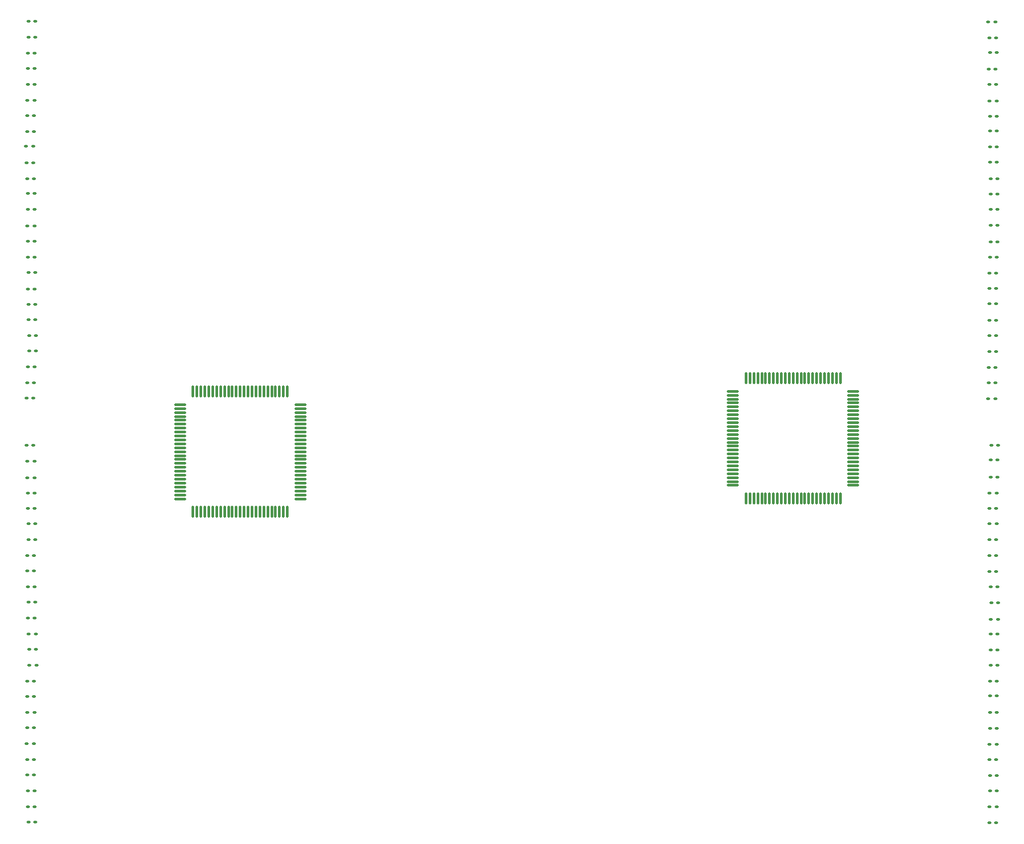
<source format=gtp>
%TF.GenerationSoftware,KiCad,Pcbnew,(6.0.5)*%
%TF.CreationDate,2022-05-25T23:49:35+01:00*%
%TF.ProjectId,screen-driver,73637265-656e-42d6-9472-697665722e6b,rev?*%
%TF.SameCoordinates,Original*%
%TF.FileFunction,Paste,Top*%
%TF.FilePolarity,Positive*%
%FSLAX46Y46*%
G04 Gerber Fmt 4.6, Leading zero omitted, Abs format (unit mm)*
G04 Created by KiCad (PCBNEW (6.0.5)) date 2022-05-25 23:49:35*
%MOMM*%
%LPD*%
G01*
G04 APERTURE LIST*
G04 Aperture macros list*
%AMRoundRect*
0 Rectangle with rounded corners*
0 $1 Rounding radius*
0 $2 $3 $4 $5 $6 $7 $8 $9 X,Y pos of 4 corners*
0 Add a 4 corners polygon primitive as box body*
4,1,4,$2,$3,$4,$5,$6,$7,$8,$9,$2,$3,0*
0 Add four circle primitives for the rounded corners*
1,1,$1+$1,$2,$3*
1,1,$1+$1,$4,$5*
1,1,$1+$1,$6,$7*
1,1,$1+$1,$8,$9*
0 Add four rect primitives between the rounded corners*
20,1,$1+$1,$2,$3,$4,$5,0*
20,1,$1+$1,$4,$5,$6,$7,0*
20,1,$1+$1,$6,$7,$8,$9,0*
20,1,$1+$1,$8,$9,$2,$3,0*%
G04 Aperture macros list end*
%ADD10RoundRect,0.090000X-0.139000X-0.090000X0.139000X-0.090000X0.139000X0.090000X-0.139000X0.090000X0*%
%ADD11RoundRect,0.090000X0.139000X0.090000X-0.139000X0.090000X-0.139000X-0.090000X0.139000X-0.090000X0*%
%ADD12RoundRect,0.075000X-0.075000X0.662500X-0.075000X-0.662500X0.075000X-0.662500X0.075000X0.662500X0*%
%ADD13RoundRect,0.075000X-0.662500X0.075000X-0.662500X-0.075000X0.662500X-0.075000X0.662500X0.075000X0*%
G04 APERTURE END LIST*
D10*
%TO.C,R36*%
X94240000Y-115200000D03*
X95105000Y-115200000D03*
%TD*%
D11*
%TO.C,R92*%
X217432500Y-107240000D03*
X216567500Y-107240000D03*
%TD*%
%TO.C,R64*%
X216535000Y-47240000D03*
X217400000Y-47240000D03*
%TD*%
%TO.C,R68*%
X216667500Y-55140000D03*
X217532500Y-55140000D03*
%TD*%
D10*
%TO.C,R42*%
X94107500Y-127200000D03*
X94972500Y-127200000D03*
%TD*%
D11*
%TO.C,R87*%
X217632500Y-97040000D03*
X216767500Y-97040000D03*
%TD*%
D10*
%TO.C,R13*%
X94147500Y-65100000D03*
X95012500Y-65100000D03*
%TD*%
%TO.C,R50*%
X95080000Y-143200000D03*
X94215000Y-143200000D03*
%TD*%
%TO.C,R41*%
X94080000Y-125200000D03*
X94945000Y-125200000D03*
%TD*%
D11*
%TO.C,R95*%
X217632500Y-113240000D03*
X216767500Y-113240000D03*
%TD*%
D10*
%TO.C,R43*%
X94980000Y-129200000D03*
X94115000Y-129200000D03*
%TD*%
%TO.C,R29*%
X95012500Y-101300000D03*
X94147500Y-101300000D03*
%TD*%
%TO.C,R4*%
X95005000Y-47200000D03*
X94140000Y-47200000D03*
%TD*%
D11*
%TO.C,R86*%
X216835000Y-95140000D03*
X217700000Y-95140000D03*
%TD*%
%TO.C,R74*%
X217632500Y-67140000D03*
X216767500Y-67140000D03*
%TD*%
D10*
%TO.C,R17*%
X94215000Y-73200000D03*
X95080000Y-73200000D03*
%TD*%
%TO.C,R47*%
X94912500Y-137200000D03*
X94047500Y-137200000D03*
%TD*%
%TO.C,R20*%
X95112500Y-79200000D03*
X94247500Y-79200000D03*
%TD*%
D11*
%TO.C,R89*%
X217500000Y-101240000D03*
X216635000Y-101240000D03*
%TD*%
%TO.C,R76*%
X216675000Y-71240000D03*
X217540000Y-71240000D03*
%TD*%
%TO.C,R75*%
X216735000Y-69240000D03*
X217600000Y-69240000D03*
%TD*%
%TO.C,R97*%
X216802500Y-117340000D03*
X217667500Y-117340000D03*
%TD*%
D10*
%TO.C,R6*%
X94115000Y-51200000D03*
X94980000Y-51200000D03*
%TD*%
%TO.C,R10*%
X93980000Y-59200000D03*
X94845000Y-59200000D03*
%TD*%
D11*
%TO.C,R106*%
X216635000Y-133240000D03*
X217500000Y-133240000D03*
%TD*%
D10*
%TO.C,R32*%
X95112500Y-107200000D03*
X94247500Y-107200000D03*
%TD*%
D11*
%TO.C,R67*%
X217525000Y-53240000D03*
X216660000Y-53240000D03*
%TD*%
%TO.C,R94*%
X217432500Y-111240000D03*
X216567500Y-111240000D03*
%TD*%
%TO.C,R103*%
X217532500Y-127140000D03*
X216667500Y-127140000D03*
%TD*%
%TO.C,R83*%
X217400000Y-85240000D03*
X216535000Y-85240000D03*
%TD*%
%TO.C,R73*%
X216735000Y-65140000D03*
X217600000Y-65140000D03*
%TD*%
D10*
%TO.C,R39*%
X95180000Y-121200000D03*
X94315000Y-121200000D03*
%TD*%
D11*
%TO.C,R85*%
X216467500Y-89240000D03*
X217332500Y-89240000D03*
%TD*%
%TO.C,R71*%
X216767500Y-61240000D03*
X217632500Y-61240000D03*
%TD*%
D10*
%TO.C,R14*%
X94980000Y-67200000D03*
X94115000Y-67200000D03*
%TD*%
%TO.C,R46*%
X94047500Y-135200000D03*
X94912500Y-135200000D03*
%TD*%
%TO.C,R26*%
X94880000Y-95200000D03*
X94015000Y-95200000D03*
%TD*%
D11*
%TO.C,R81*%
X217425000Y-81240000D03*
X216560000Y-81240000D03*
%TD*%
%TO.C,R66*%
X216635000Y-51340000D03*
X217500000Y-51340000D03*
%TD*%
D10*
%TO.C,R33*%
X94055000Y-109200000D03*
X94920000Y-109200000D03*
%TD*%
D11*
%TO.C,R79*%
X216567500Y-77140000D03*
X217432500Y-77140000D03*
%TD*%
D10*
%TO.C,R3*%
X95032500Y-45200000D03*
X94167500Y-45200000D03*
%TD*%
%TO.C,R40*%
X94380000Y-123200000D03*
X95245000Y-123200000D03*
%TD*%
%TO.C,R23*%
X95012500Y-85200000D03*
X94147500Y-85200000D03*
%TD*%
D11*
%TO.C,R90*%
X216567500Y-103240000D03*
X217432500Y-103240000D03*
%TD*%
D12*
%TO.C,U1*%
X127200000Y-88337500D03*
X126700000Y-88337500D03*
X126200000Y-88337500D03*
X125700000Y-88337500D03*
X125200000Y-88337500D03*
X124700000Y-88337500D03*
X124200000Y-88337500D03*
X123700000Y-88337500D03*
X123200000Y-88337500D03*
X122700000Y-88337500D03*
X122200000Y-88337500D03*
X121700000Y-88337500D03*
X121200000Y-88337500D03*
X120700000Y-88337500D03*
X120200000Y-88337500D03*
X119700000Y-88337500D03*
X119200000Y-88337500D03*
X118700000Y-88337500D03*
X118200000Y-88337500D03*
X117700000Y-88337500D03*
X117200000Y-88337500D03*
X116700000Y-88337500D03*
X116200000Y-88337500D03*
X115700000Y-88337500D03*
X115200000Y-88337500D03*
D13*
X113537500Y-90000000D03*
X113537500Y-90500000D03*
X113537500Y-91000000D03*
X113537500Y-91500000D03*
X113537500Y-92000000D03*
X113537500Y-92500000D03*
X113537500Y-93000000D03*
X113537500Y-93500000D03*
X113537500Y-94000000D03*
X113537500Y-94500000D03*
X113537500Y-95000000D03*
X113537500Y-95500000D03*
X113537500Y-96000000D03*
X113537500Y-96500000D03*
X113537500Y-97000000D03*
X113537500Y-97500000D03*
X113537500Y-98000000D03*
X113537500Y-98500000D03*
X113537500Y-99000000D03*
X113537500Y-99500000D03*
X113537500Y-100000000D03*
X113537500Y-100500000D03*
X113537500Y-101000000D03*
X113537500Y-101500000D03*
X113537500Y-102000000D03*
D12*
X115200000Y-103662500D03*
X115700000Y-103662500D03*
X116200000Y-103662500D03*
X116700000Y-103662500D03*
X117200000Y-103662500D03*
X117700000Y-103662500D03*
X118200000Y-103662500D03*
X118700000Y-103662500D03*
X119200000Y-103662500D03*
X119700000Y-103662500D03*
X120200000Y-103662500D03*
X120700000Y-103662500D03*
X121200000Y-103662500D03*
X121700000Y-103662500D03*
X122200000Y-103662500D03*
X122700000Y-103662500D03*
X123200000Y-103662500D03*
X123700000Y-103662500D03*
X124200000Y-103662500D03*
X124700000Y-103662500D03*
X125200000Y-103662500D03*
X125700000Y-103662500D03*
X126200000Y-103662500D03*
X126700000Y-103662500D03*
X127200000Y-103662500D03*
D13*
X128862500Y-102000000D03*
X128862500Y-101500000D03*
X128862500Y-101000000D03*
X128862500Y-100500000D03*
X128862500Y-100000000D03*
X128862500Y-99500000D03*
X128862500Y-99000000D03*
X128862500Y-98500000D03*
X128862500Y-98000000D03*
X128862500Y-97500000D03*
X128862500Y-97000000D03*
X128862500Y-96500000D03*
X128862500Y-96000000D03*
X128862500Y-95500000D03*
X128862500Y-95000000D03*
X128862500Y-94500000D03*
X128862500Y-94000000D03*
X128862500Y-93500000D03*
X128862500Y-93000000D03*
X128862500Y-92500000D03*
X128862500Y-92000000D03*
X128862500Y-91500000D03*
X128862500Y-91000000D03*
X128862500Y-90500000D03*
X128862500Y-90000000D03*
%TD*%
D10*
%TO.C,R27*%
X94980000Y-97200000D03*
X94115000Y-97200000D03*
%TD*%
D11*
%TO.C,R109*%
X216667500Y-139240000D03*
X217532500Y-139240000D03*
%TD*%
%TO.C,R72*%
X217600000Y-63140000D03*
X216735000Y-63140000D03*
%TD*%
D10*
%TO.C,R24*%
X94047500Y-87200000D03*
X94912500Y-87200000D03*
%TD*%
D11*
%TO.C,R91*%
X217500000Y-105140000D03*
X216635000Y-105140000D03*
%TD*%
%TO.C,R107*%
X217440000Y-135240000D03*
X216575000Y-135240000D03*
%TD*%
%TO.C,R80*%
X217432500Y-79240000D03*
X216567500Y-79240000D03*
%TD*%
D10*
%TO.C,R48*%
X94147500Y-139200000D03*
X95012500Y-139200000D03*
%TD*%
%TO.C,R7*%
X94945000Y-53200000D03*
X94080000Y-53200000D03*
%TD*%
D11*
%TO.C,R84*%
X216535000Y-87240000D03*
X217400000Y-87240000D03*
%TD*%
D12*
%TO.C,U3*%
X197600000Y-86637500D03*
X197100000Y-86637500D03*
X196600000Y-86637500D03*
X196100000Y-86637500D03*
X195600000Y-86637500D03*
X195100000Y-86637500D03*
X194600000Y-86637500D03*
X194100000Y-86637500D03*
X193600000Y-86637500D03*
X193100000Y-86637500D03*
X192600000Y-86637500D03*
X192100000Y-86637500D03*
X191600000Y-86637500D03*
X191100000Y-86637500D03*
X190600000Y-86637500D03*
X190100000Y-86637500D03*
X189600000Y-86637500D03*
X189100000Y-86637500D03*
X188600000Y-86637500D03*
X188100000Y-86637500D03*
X187600000Y-86637500D03*
X187100000Y-86637500D03*
X186600000Y-86637500D03*
X186100000Y-86637500D03*
X185600000Y-86637500D03*
D13*
X183937500Y-88300000D03*
X183937500Y-88800000D03*
X183937500Y-89300000D03*
X183937500Y-89800000D03*
X183937500Y-90300000D03*
X183937500Y-90800000D03*
X183937500Y-91300000D03*
X183937500Y-91800000D03*
X183937500Y-92300000D03*
X183937500Y-92800000D03*
X183937500Y-93300000D03*
X183937500Y-93800000D03*
X183937500Y-94300000D03*
X183937500Y-94800000D03*
X183937500Y-95300000D03*
X183937500Y-95800000D03*
X183937500Y-96300000D03*
X183937500Y-96800000D03*
X183937500Y-97300000D03*
X183937500Y-97800000D03*
X183937500Y-98300000D03*
X183937500Y-98800000D03*
X183937500Y-99300000D03*
X183937500Y-99800000D03*
X183937500Y-100300000D03*
D12*
X185600000Y-101962500D03*
X186100000Y-101962500D03*
X186600000Y-101962500D03*
X187100000Y-101962500D03*
X187600000Y-101962500D03*
X188100000Y-101962500D03*
X188600000Y-101962500D03*
X189100000Y-101962500D03*
X189600000Y-101962500D03*
X190100000Y-101962500D03*
X190600000Y-101962500D03*
X191100000Y-101962500D03*
X191600000Y-101962500D03*
X192100000Y-101962500D03*
X192600000Y-101962500D03*
X193100000Y-101962500D03*
X193600000Y-101962500D03*
X194100000Y-101962500D03*
X194600000Y-101962500D03*
X195100000Y-101962500D03*
X195600000Y-101962500D03*
X196100000Y-101962500D03*
X196600000Y-101962500D03*
X197100000Y-101962500D03*
X197600000Y-101962500D03*
D13*
X199262500Y-100300000D03*
X199262500Y-99800000D03*
X199262500Y-99300000D03*
X199262500Y-98800000D03*
X199262500Y-98300000D03*
X199262500Y-97800000D03*
X199262500Y-97300000D03*
X199262500Y-96800000D03*
X199262500Y-96300000D03*
X199262500Y-95800000D03*
X199262500Y-95300000D03*
X199262500Y-94800000D03*
X199262500Y-94300000D03*
X199262500Y-93800000D03*
X199262500Y-93300000D03*
X199262500Y-92800000D03*
X199262500Y-92300000D03*
X199262500Y-91800000D03*
X199262500Y-91300000D03*
X199262500Y-90800000D03*
X199262500Y-90300000D03*
X199262500Y-89800000D03*
X199262500Y-89300000D03*
X199262500Y-88800000D03*
X199262500Y-88300000D03*
%TD*%
D10*
%TO.C,R15*%
X95005000Y-69200000D03*
X94140000Y-69200000D03*
%TD*%
D11*
%TO.C,R69*%
X217532500Y-57140000D03*
X216667500Y-57140000D03*
%TD*%
%TO.C,R82*%
X216567500Y-83240000D03*
X217432500Y-83240000D03*
%TD*%
D10*
%TO.C,R9*%
X94812500Y-57100000D03*
X93947500Y-57100000D03*
%TD*%
%TO.C,R30*%
X95020000Y-103200000D03*
X94155000Y-103200000D03*
%TD*%
%TO.C,R12*%
X94180000Y-63100000D03*
X95045000Y-63100000D03*
%TD*%
%TO.C,R1*%
X94275000Y-41200000D03*
X95140000Y-41200000D03*
%TD*%
D11*
%TO.C,R88*%
X216735000Y-99240000D03*
X217600000Y-99240000D03*
%TD*%
D10*
%TO.C,R19*%
X95080000Y-77200000D03*
X94215000Y-77200000D03*
%TD*%
D11*
%TO.C,R96*%
X217700000Y-115240000D03*
X216835000Y-115240000D03*
%TD*%
%TO.C,R104*%
X216667500Y-129240000D03*
X217532500Y-129240000D03*
%TD*%
%TO.C,R62*%
X217432500Y-43240000D03*
X216567500Y-43240000D03*
%TD*%
D10*
%TO.C,R16*%
X94180000Y-71200000D03*
X95045000Y-71200000D03*
%TD*%
%TO.C,R2*%
X95112500Y-43200000D03*
X94247500Y-43200000D03*
%TD*%
D11*
%TO.C,R102*%
X216702500Y-125240000D03*
X217567500Y-125240000D03*
%TD*%
D10*
%TO.C,R37*%
X95045000Y-117200000D03*
X94180000Y-117200000D03*
%TD*%
D11*
%TO.C,R105*%
X216667500Y-131240000D03*
X217532500Y-131240000D03*
%TD*%
%TO.C,R77*%
X217432500Y-73240000D03*
X216567500Y-73240000D03*
%TD*%
D10*
%TO.C,R34*%
X94080000Y-111200000D03*
X94945000Y-111200000D03*
%TD*%
%TO.C,R31*%
X94215000Y-105200000D03*
X95080000Y-105200000D03*
%TD*%
D11*
%TO.C,R65*%
X216567500Y-49240000D03*
X217432500Y-49240000D03*
%TD*%
%TO.C,R70*%
X217532500Y-59140000D03*
X216667500Y-59140000D03*
%TD*%
D10*
%TO.C,R22*%
X94347500Y-83200000D03*
X95212500Y-83200000D03*
%TD*%
%TO.C,R8*%
X94920000Y-55200000D03*
X94055000Y-55200000D03*
%TD*%
%TO.C,R11*%
X94047500Y-61200000D03*
X94912500Y-61200000D03*
%TD*%
D11*
%TO.C,R93*%
X216560000Y-109240000D03*
X217425000Y-109240000D03*
%TD*%
D10*
%TO.C,R28*%
X94980000Y-99300000D03*
X94115000Y-99300000D03*
%TD*%
D11*
%TO.C,R110*%
X216635000Y-141240000D03*
X217500000Y-141240000D03*
%TD*%
D10*
%TO.C,R5*%
X94140000Y-49200000D03*
X95005000Y-49200000D03*
%TD*%
D11*
%TO.C,R100*%
X217632500Y-123240000D03*
X216767500Y-123240000D03*
%TD*%
%TO.C,R78*%
X216560000Y-75240000D03*
X217425000Y-75240000D03*
%TD*%
D10*
%TO.C,R21*%
X94315000Y-81200000D03*
X95180000Y-81200000D03*
%TD*%
%TO.C,R18*%
X94180000Y-75300000D03*
X95045000Y-75300000D03*
%TD*%
D11*
%TO.C,R61*%
X216467500Y-41240000D03*
X217332500Y-41240000D03*
%TD*%
D10*
%TO.C,R49*%
X95012500Y-141200000D03*
X94147500Y-141200000D03*
%TD*%
D11*
%TO.C,R111*%
X217432500Y-143240000D03*
X216567500Y-143240000D03*
%TD*%
D10*
%TO.C,R45*%
X94040000Y-133200000D03*
X94905000Y-133200000D03*
%TD*%
%TO.C,R38*%
X94280000Y-119200000D03*
X95145000Y-119200000D03*
%TD*%
D11*
%TO.C,R99*%
X217632500Y-121240000D03*
X216767500Y-121240000D03*
%TD*%
%TO.C,R108*%
X216642500Y-137240000D03*
X217507500Y-137240000D03*
%TD*%
D10*
%TO.C,R25*%
X94880000Y-89200000D03*
X94015000Y-89200000D03*
%TD*%
D11*
%TO.C,R98*%
X217600000Y-119240000D03*
X216735000Y-119240000D03*
%TD*%
D10*
%TO.C,R35*%
X94147500Y-113200000D03*
X95012500Y-113200000D03*
%TD*%
%TO.C,R44*%
X94945000Y-131200000D03*
X94080000Y-131200000D03*
%TD*%
D11*
%TO.C,R63*%
X217525000Y-45140000D03*
X216660000Y-45140000D03*
%TD*%
M02*

</source>
